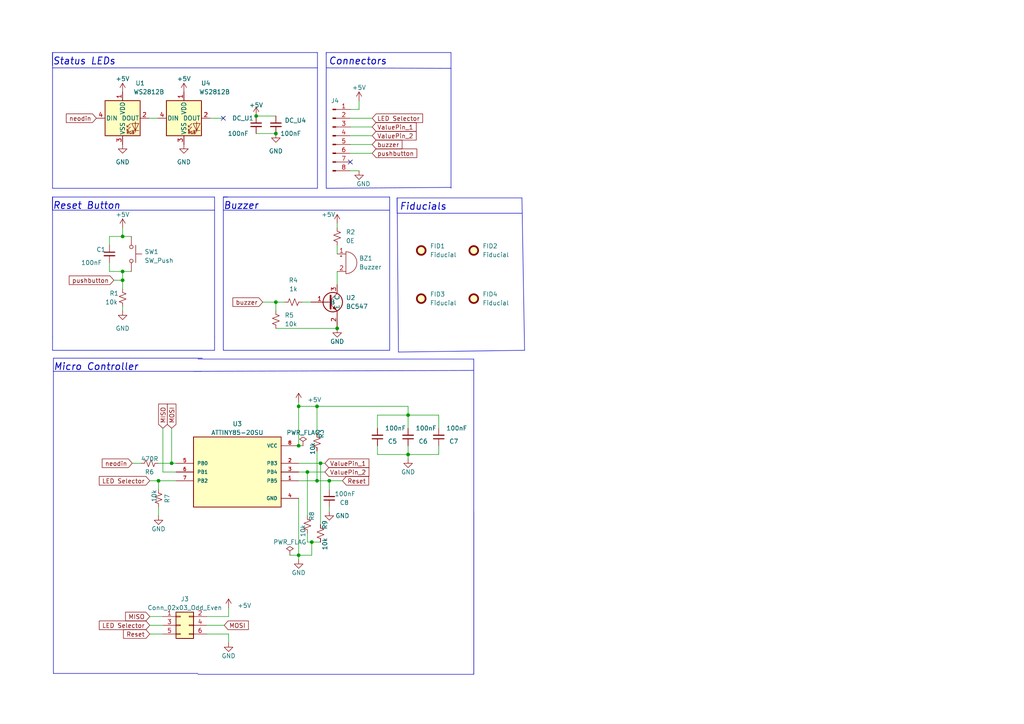
<source format=kicad_sch>
(kicad_sch (version 20230121) (generator eeschema)
  (paper "A4")
  (title_block (title "Dashcam Daughter Board V2") (date "2022-12-29") (rev "0.1") (company "T-Works Foundation") (comment 1 "Kshmin Labs"))
  (lib_symbols
    (symbol "ATTINY85-20SU:ATTINY85-20SU" (pin_names (offset 1.016))
      (property "Reference" "U" (at -12.7 11.16 0))
      (property "Value" "ATTINY85-20SU" (at -12.7 -14.16 0))
      (symbol "ATTINY85-20SU_0_0"
        (rectangle (start -12.7 -10.16) (end 12.7 10.16) (stroke (width 0.254)) (fill (type background)))
        (pin bidirectional line (at 17.78 -2.54 180) (length 5.08) (name "PB5") (number "1"))
        (pin bidirectional line (at 17.78 2.54 180) (length 5.08) (name "PB3") (number "2"))
        (pin bidirectional line (at 17.78 0 180) (length 5.08) (name "PB4") (number "3"))
        (pin power_in line (at 17.78 -7.62 180) (length 5.08) (name "GND") (number "4"))
        (pin bidirectional line (at -17.78 2.54 0) (length 5.08) (name "PB0") (number "5"))
        (pin bidirectional line (at -17.78 0 0) (length 5.08) (name "PB1") (number "6"))
        (pin bidirectional line (at -17.78 -2.54 0) (length 5.08) (name "PB2") (number "7"))
        (pin power_in line (at 17.78 7.62 180) (length 5.08) (name "VCC") (number "8"))
      )
    )
    (symbol "Connector:Conn_01x08_Pin" (pin_names (offset 1.016) hide)
      (property "Reference" "J" (at 0 10.16 0))
      (property "Value" "Conn_01x08_Pin" (at 0 -12.7 0))
      (symbol "Conn_01x08_Pin_1_1"
        (polyline (pts (xy 1.27 -10.16) (xy 0.8636 -10.16)) (stroke (width 0.1524)))
        (polyline (pts (xy 1.27 -7.62) (xy 0.8636 -7.62)) (stroke (width 0.1524)))
        (polyline (pts (xy 1.27 -5.08) (xy 0.8636 -5.08)) (stroke (width 0.1524)))
        (polyline (pts (xy 1.27 -2.54) (xy 0.8636 -2.54)) (stroke (width 0.1524)))
        (polyline (pts (xy 1.27 0) (xy 0.8636 0)) (stroke (width 0.1524)))
        (polyline (pts (xy 1.27 2.54) (xy 0.8636 2.54)) (stroke (width 0.1524)))
        (polyline (pts (xy 1.27 5.08) (xy 0.8636 5.08)) (stroke (width 0.1524)))
        (polyline (pts (xy 1.27 7.62) (xy 0.8636 7.62)) (stroke (width 0.1524)))
        (rectangle (start 0.8636 -10.033) (end 0 -10.287) (stroke (width 0.1524)) (fill (type outline)))
        (rectangle (start 0.8636 -7.493) (end 0 -7.747) (stroke (width 0.1524)) (fill (type outline)))
        (rectangle (start 0.8636 -4.953) (end 0 -5.207) (stroke (width 0.1524)) (fill (type outline)))
        (rectangle (start 0.8636 -2.413) (end 0 -2.667) (stroke (width 0.1524)) (fill (type outline)))
        (rectangle (start 0.8636 0.127) (end 0 -0.127) (stroke (width 0.1524)) (fill (type outline)))
        (rectangle (start 0.8636 2.667) (end 0 2.413) (stroke (width 0.1524)) (fill (type outline)))
        (rectangle (start 0.8636 5.207) (end 0 4.953) (stroke (width 0.1524)) (fill (type outline)))
        (rectangle (start 0.8636 7.747) (end 0 7.493) (stroke (width 0.1524)) (fill (type outline)))
        (pin passive line (at 5.08 7.62 180) (length 3.81) (name "Pin_1") (number "1"))
        (pin passive line (at 5.08 5.08 180) (length 3.81) (name "Pin_2") (number "2"))
        (pin passive line (at 5.08 2.54 180) (length 3.81) (name "Pin_3") (number "3"))
        (pin passive line (at 5.08 0 180) (length 3.81) (name "Pin_4") (number "4"))
        (pin passive line (at 5.08 -2.54 180) (length 3.81) (name "Pin_5") (number "5"))
        (pin passive line (at 5.08 -5.08 180) (length 3.81) (name "Pin_6") (number "6"))
        (pin passive line (at 5.08 -7.62 180) (length 3.81) (name "Pin_7") (number "7"))
        (pin passive line (at 5.08 -10.16 180) (length 3.81) (name "Pin_8") (number "8"))
      )
    )
    (symbol "Connector_Generic:Conn_02x03_Odd_Even" (pin_names (offset 1.016) hide)
      (property "Reference" "J" (at 1.27 5.08 0))
      (property "Value" "Conn_02x03_Odd_Even" (at 1.27 -5.08 0))
      (symbol "Conn_02x03_Odd_Even_1_1"
        (rectangle (start -1.27 -2.413) (end 0 -2.667) (stroke (width 0.1524)))
        (rectangle (start -1.27 0.127) (end 0 -0.127) (stroke (width 0.1524)))
        (rectangle (start -1.27 2.667) (end 0 2.413) (stroke (width 0.1524)))
        (rectangle (start -1.27 3.81) (end 3.81 -3.81) (stroke (width 0.254)) (fill (type background)))
        (rectangle (start 3.81 -2.413) (end 2.54 -2.667) (stroke (width 0.1524)))
        (rectangle (start 3.81 0.127) (end 2.54 -0.127) (stroke (width 0.1524)))
        (rectangle (start 3.81 2.667) (end 2.54 2.413) (stroke (width 0.1524)))
        (pin passive line (at -5.08 2.54 0) (length 3.81) (name "Pin_1") (number "1"))
        (pin passive line (at 7.62 2.54 180) (length 3.81) (name "Pin_2") (number "2"))
        (pin passive line (at -5.08 0 0) (length 3.81) (name "Pin_3") (number "3"))
        (pin passive line (at 7.62 0 180) (length 3.81) (name "Pin_4") (number "4"))
        (pin passive line (at -5.08 -2.54 0) (length 3.81) (name "Pin_5") (number "5"))
        (pin passive line (at 7.62 -2.54 180) (length 3.81) (name "Pin_6") (number "6"))
      )
    )
    (symbol "Dashcam:BC547"
      (property "Reference" "U2" (at 2.54 1.2701 0))
      (property "Value" "BC547" (at 2.54 -1.2699 0))
      (symbol "BC547_0_1"
        (circle (center -1.27 0) (radius 2.8194) (stroke (width 0.254)))
        (polyline (pts (xy -2.54 0) (xy -1.905 0)))
        (polyline (pts (xy -1.905 0.635) (xy 0 2.54)))
        (polyline (pts (xy -1.905 -0.635) (xy 0 -2.54) (xy 0 -2.54)))
        (polyline (pts (xy -1.905 1.905) (xy -1.905 -1.905) (xy -1.905 -1.905)) (stroke (width 0.508)))
        (polyline (pts (xy -1.27 -1.778) (xy -0.762 -1.27) (xy -0.254 -2.286) (xy -1.27 -1.778) (xy -1.27 -1.778)) (fill (type outline)))
      )
      (symbol "BC547_1_1"
        (pin passive line (at -7.62 0 0) (length 5.08) (name "B") (number "1"))
        (pin input line (at 0 -7.62 90) (length 5.08) (name "E") (number "2"))
        (pin passive line (at 0 5.08 270) (length 2.54) (name "C") (number "3"))
      )
    )
    (symbol "Device:Buzzer" (pin_names (offset 0.0254) hide)
      (property "Reference" "BZ" (at 3.81 1.27 0))
      (property "Value" "Buzzer" (at 3.81 -1.27 0))
      (symbol "Buzzer_0_1"
        (arc (start 0 -3.175) (mid 3.1612 0) (end 0 3.175))
        (polyline (pts (xy -1.651 1.905) (xy -1.143 1.905)))
        (polyline (pts (xy -1.397 2.159) (xy -1.397 1.651)))
        (polyline (pts (xy 0 3.175) (xy 0 -3.175)))
      )
      (symbol "Buzzer_1_1"
        (pin passive line (at -2.54 2.54 0) (length 2.54) (name "-") (number "1"))
        (pin passive line (at -2.54 -2.54 0) (length 2.54) (name "+") (number "2"))
      )
    )
    (symbol "Device:C_Small" (pin_numbers hide) (pin_names (offset 0.254) hide)
      (property "Reference" "C" (at 0.254 1.778 0))
      (property "Value" "C_Small" (at 0.254 -2.032 0))
      (symbol "C_Small_0_1"
        (polyline (pts (xy -1.524 -0.508) (xy 1.524 -0.508)) (stroke (width 0.3302)))
        (polyline (pts (xy -1.524 0.508) (xy 1.524 0.508)) (stroke (width 0.3048)))
      )
      (symbol "C_Small_1_1"
        (pin passive line (at 0 2.54 270) (length 2.032) (name "~") (number "1"))
        (pin passive line (at 0 -2.54 90) (length 2.032) (name "~") (number "2"))
      )
    )
    (symbol "Device:R_Small_US" (pin_numbers hide) (pin_names (offset 0.254) hide)
      (property "Reference" "R" (at 0.762 0.508 0))
      (property "Value" "R_Small_US" (at 0.762 -1.016 0))
      (symbol "R_Small_US_1_1"
        (polyline (pts (xy 0 0) (xy 1.016 -0.381) (xy 0 -0.762) (xy -1.016 -1.143) (xy 0 -1.524)))
        (polyline (pts (xy 0 1.524) (xy 1.016 1.143) (xy 0 0.762) (xy -1.016 0.381) (xy 0 0)))
        (pin passive line (at 0 2.54 270) (length 1.016) (name "~") (number "1"))
        (pin passive line (at 0 -2.54 90) (length 1.016) (name "~") (number "2"))
      )
    )
    (symbol "LED:WS2812B" (pin_names (offset 0.254))
      (property "Reference" "D" (at 5.08 5.715 0))
      (property "Value" "WS2812B" (at 1.27 -5.715 0))
      (symbol "WS2812B_0_0"
        (text "RGB" (at 2.286 -4.191 0) (effects (font (size 0.762 0.762))))
      )
      (symbol "WS2812B_0_1"
        (polyline (pts (xy 1.27 -3.556) (xy 1.778 -3.556)))
        (polyline (pts (xy 1.27 -2.54) (xy 1.778 -2.54)))
        (polyline (pts (xy 4.699 -3.556) (xy 2.667 -3.556)))
        (polyline (pts (xy 2.286 -2.54) (xy 1.27 -3.556) (xy 1.27 -3.048)))
        (polyline (pts (xy 2.286 -1.524) (xy 1.27 -2.54) (xy 1.27 -2.032)))
        (polyline (pts (xy 3.683 -1.016) (xy 3.683 -3.556) (xy 3.683 -4.064)))
        (polyline (pts (xy 4.699 -1.524) (xy 2.667 -1.524) (xy 3.683 -3.556) (xy 4.699 -1.524)))
        (rectangle (start 5.08 5.08) (end -5.08 -5.08) (stroke (width 0.254)) (fill (type background)))
      )
      (symbol "WS2812B_1_1"
        (pin power_in line (at 0 7.62 270) (length 2.54) (name "VDD") (number "1"))
        (pin output line (at 7.62 0 180) (length 2.54) (name "DOUT") (number "2"))
        (pin power_in line (at 0 -7.62 90) (length 2.54) (name "VSS") (number "3"))
        (pin input line (at -7.62 0 0) (length 2.54) (name "DIN") (number "4"))
      )
    )
    (symbol "Mechanical:Fiducial"
      (property "Reference" "FID" (at 0 5.08 0))
      (property "Value" "Fiducial" (at 0 3.175 0))
      (symbol "Fiducial_0_1"
        (circle (center 0 0) (radius 1.27) (stroke (width 0.508)) (fill (type background)))
      )
    )
    (symbol "Switch:SW_Push" (pin_numbers hide) (pin_names (offset 1.016) hide)
      (property "Reference" "SW" (at 1.27 2.54 0))
      (property "Value" "SW_Push" (at 0 -1.524 0))
      (symbol "SW_Push_0_1"
        (circle (center -2.032 0) (radius 0.508))
        (polyline (pts (xy 0 1.27) (xy 0 3.048)))
        (polyline (pts (xy 2.54 1.27) (xy -2.54 1.27)))
        (circle (center 2.032 0) (radius 0.508))
        (pin passive line (at -5.08 0 0) (length 2.54) (name "1") (number "1"))
        (pin passive line (at 5.08 0 180) (length 2.54) (name "2") (number "2"))
      )
    )
    (symbol "power:+5V" (power) (pin_names (offset 0))
      (property "Value" "+5V" (at 0 3.556 0))
      (symbol "+5V_0_1"
        (polyline (pts (xy -0.762 1.27) (xy 0 2.54)))
        (polyline (pts (xy 0 0) (xy 0 2.54)))
        (polyline (pts (xy 0 2.54) (xy 0.762 1.27)))
      )
      (symbol "+5V_1_1"
        (pin power_in line (at 0 0 90) (length 0) hide (name "+5V") (number "1"))
      )
    )
    (symbol "power:GND" (power) (pin_names (offset 0))
      (property "Value" "GND" (at 0 -3.81 0))
      (symbol "GND_0_1"
        (polyline (pts (xy 0 0) (xy 0 -1.27) (xy 1.27 -1.27) (xy 0 -2.54) (xy -1.27 -1.27) (xy 0 -1.27)))
      )
      (symbol "GND_1_1"
        (pin power_in line (at 0 0 270) (length 0) hide (name "GND") (number "1"))
      )
    )
    (symbol "power:PWR_FLAG" (power) (pin_numbers hide) (pin_names (offset 0) hide)
      (property "Value" "PWR_FLAG" (at 0 3.81 0))
      (symbol "PWR_FLAG_0_0"
        (pin power_out line (at 0 0 90) (length 0) (name "pwr") (number "1"))
      )
      (symbol "PWR_FLAG_0_1"
        (polyline (pts (xy 0 0) (xy 0 1.27) (xy -1.016 1.905) (xy 0 2.54) (xy 1.016 1.905) (xy 0 1.27)))
      )
    )
  )
  (junction (at 86.614 117.856))
  (junction (at 80.01 38.735))
  (junction (at 92.964 134.366))
  (junction (at 86.614 161.036))
  (junction (at 35.56 81.28))
  (junction (at 86.614 129.286))
  (junction (at 89.154 136.906))
  (junction (at 49.784 134.366))
  (junction (at 80.01 87.63))
  (junction (at 91.948 117.856))
  (junction (at 35.56 68.58))
  (junction (at 74.295 33.655))
  (junction (at 95.504 139.446))
  (junction (at 97.79 95.25))
  (junction (at 45.974 139.446))
  (junction (at 35.56 78.74))
  (junction (at 90.424 157.226))
  (junction (at 91.948 139.446))
  (junction (at 118.364 120.396))
  (junction (at 118.364 131.826))
  (no_connect (at 101.6 46.99))
  (no_connect (at 64.77 34.29))
  (wire (pts (xy 90.424 157.226) (xy 92.964 157.226)))
  (wire (pts (xy 104.14 29.21) (xy 104.14 31.75)))
  (wire (pts (xy 90.424 161.036) (xy 86.614 161.036)))
  (wire (pts (xy 45.974 139.446) (xy 51.054 139.446)))
  (wire (pts (xy 91.948 130.81) (xy 91.948 139.446)))
  (wire (pts (xy 101.6 31.75) (xy 104.14 31.75)))
  (wire (pts (xy 101.6 36.83) (xy 107.95 36.83)))
  (wire (pts (xy 45.974 134.366) (xy 49.784 134.366)))
  (wire (pts (xy 127.254 129.286) (xy 127.254 131.826)))
  (wire (pts (xy 35.56 81.28) (xy 33.02 81.28)))
  (wire (pts (xy 92.964 134.366) (xy 94.234 134.366)))
  (wire (pts (xy 47.244 124.206) (xy 47.244 136.906)))
  (polyline (pts (xy 15.24 57.15) (xy 15.24 60.96)))
  (wire (pts (xy 86.614 129.286) (xy 87.884 129.286)))
  (wire (pts (xy 43.18 34.29) (xy 45.72 34.29)))
  (wire (pts (xy 95.504 139.446) (xy 99.314 139.446)))
  (wire (pts (xy 86.614 117.856) (xy 86.614 129.286)))
  (wire (pts (xy 31.75 78.74) (xy 35.56 78.74)))
  (polyline (pts (xy 115.57 102.108) (xy 152.146 101.6)))
  (polyline (pts (xy 115.189 57.404) (xy 115.57 102.108)))
  (polyline (pts (xy 15.24 19.05) (xy 15.24 15.24)))
  (wire (pts (xy 47.244 136.906) (xy 51.054 136.906)))
  (wire (pts (xy 92.964 134.366) (xy 92.964 152.146)))
  (polyline (pts (xy 64.77 60.96) (xy 64.77 101.6)))
  (wire (pts (xy 59.944 183.896) (xy 66.294 183.896)))
  (polyline (pts (xy 15.24 60.96) (xy 62.23 60.96)))
  (wire (pts (xy 59.944 181.356) (xy 65.024 181.356)))
  (wire (pts (xy 118.364 131.826) (xy 109.474 131.826)))
  (wire (pts (xy 74.295 38.735) (xy 80.01 38.735)))
  (wire (pts (xy 91.948 117.856) (xy 86.614 117.856)))
  (wire (pts (xy 31.75 71.12) (xy 31.75 68.58)))
  (polyline (pts (xy 15.24 97.79) (xy 15.24 101.6)))
  (polyline (pts (xy 113.03 57.15) (xy 64.77 57.15)))
  (polyline (pts (xy 58.674 103.886) (xy 15.494 103.886)))
  (wire (pts (xy 43.434 139.446) (xy 45.974 139.446)))
  (wire (pts (xy 118.364 120.396) (xy 118.364 117.856)))
  (polyline (pts (xy 130.81 15.24) (xy 130.81 54.61)))
  (polyline (pts (xy 15.494 107.696) (xy 58.674 107.696)))
  (wire (pts (xy 101.6 34.29) (xy 107.95 34.29)))
  (wire (pts (xy 90.424 157.226) (xy 90.424 161.036)))
  (wire (pts (xy 35.56 66.04) (xy 35.56 68.58)))
  (polyline (pts (xy 137.414 195.58) (xy 137.414 148.336)))
  (wire (pts (xy 127.254 120.396) (xy 118.364 120.396)))
  (polyline (pts (xy 62.23 97.79) (xy 62.23 57.15)))
  (wire (pts (xy 66.294 178.816) (xy 66.294 176.276)))
  (polyline (pts (xy 64.77 57.15) (xy 66.04 57.15)))
  (polyline (pts (xy 152.146 101.6) (xy 151.384 57.404)))
  (wire (pts (xy 109.474 120.396) (xy 109.474 124.206)))
  (wire (pts (xy 74.295 33.655) (xy 80.01 33.655)))
  (wire (pts (xy 43.434 178.816) (xy 47.244 178.816)))
  (wire (pts (xy 45.974 139.446) (xy 45.974 141.986)))
  (wire (pts (xy 91.948 117.856) (xy 91.948 125.73)))
  (wire (pts (xy 95.504 147.066) (xy 95.504 148.336)))
  (polyline (pts (xy 57.404 195.58) (xy 137.414 195.58)))
  (polyline (pts (xy 15.494 195.326) (xy 57.404 195.326)))
  (wire (pts (xy 35.56 83.82) (xy 35.56 81.28)))
  (wire (pts (xy 91.948 139.446) (xy 95.504 139.446)))
  (wire (pts (xy 66.294 186.436) (xy 66.294 183.896)))
  (wire (pts (xy 76.2 87.63) (xy 80.01 87.63)))
  (wire (pts (xy 86.614 136.906) (xy 89.154 136.906)))
  (polyline (pts (xy 15.24 19.685) (xy 92.075 19.685)))
  (polyline (pts (xy 94.615 15.24) (xy 130.81 15.24)))
  (wire (pts (xy 118.364 124.206) (xy 118.364 120.396)))
  (wire (pts (xy 86.614 139.446) (xy 91.948 139.446)))
  (wire (pts (xy 86.614 144.526) (xy 86.614 161.036)))
  (polyline (pts (xy 115.189 61.849) (xy 151.384 61.849)))
  (wire (pts (xy 31.75 76.2) (xy 31.75 78.74)))
  (wire (pts (xy 38.1 78.74) (xy 35.56 78.74)))
  (wire (pts (xy 127.254 131.826) (xy 118.364 131.826)))
  (wire (pts (xy 35.56 88.9) (xy 35.56 90.17)))
  (wire (pts (xy 118.364 131.826) (xy 118.364 129.286)))
  (polyline (pts (xy 15.24 54.61) (xy 92.075 54.61)))
  (polyline (pts (xy 15.494 103.886) (xy 15.494 107.696)))
  (wire (pts (xy 43.434 183.896) (xy 47.244 183.896)))
  (wire (pts (xy 101.6 39.37) (xy 107.95 39.37)))
  (wire (pts (xy 127.254 124.206) (xy 127.254 120.396)))
  (wire (pts (xy 59.944 178.816) (xy 66.294 178.816)))
  (polyline (pts (xy 15.24 57.15) (xy 62.23 57.15)))
  (wire (pts (xy 91.948 117.856) (xy 118.364 117.856)))
  (polyline (pts (xy 15.494 107.696) (xy 15.494 195.326)))
  (polyline (pts (xy 94.615 15.24) (xy 94.615 15.875)))
  (polyline (pts (xy 113.03 57.15) (xy 113.03 101.6)))
  (polyline (pts (xy 15.24 15.24) (xy 92.075 15.24)))
  (wire (pts (xy 89.154 136.906) (xy 89.154 149.606)))
  (wire (pts (xy 101.6 49.53) (xy 104.14 49.53)))
  (wire (pts (xy 84.074 161.036) (xy 86.614 161.036)))
  (polyline (pts (xy 94.615 54.61) (xy 94.615 15.24)))
  (polyline (pts (xy 137.414 104.14) (xy 137.414 195.58)))
  (wire (pts (xy 118.364 120.396) (xy 109.474 120.396)))
  (polyline (pts (xy 64.77 60.96) (xy 64.77 57.15)))
  (wire (pts (xy 43.434 181.356) (xy 47.244 181.356)))
  (polyline (pts (xy 57.404 104.14) (xy 137.414 104.14)))
  (wire (pts (xy 97.79 78.74) (xy 97.79 82.55)))
  (wire (pts (xy 86.614 134.366) (xy 92.964 134.366)))
  (wire (pts (xy 60.96 34.29) (xy 64.77 34.29)))
  (polyline (pts (xy 92.075 15.24) (xy 92.075 54.61)))
  (wire (pts (xy 95.504 139.446) (xy 95.504 141.986)))
  (wire (pts (xy 80.01 87.63) (xy 82.55 87.63)))
  (wire (pts (xy 97.79 71.12) (xy 97.79 73.66)))
  (wire (pts (xy 97.79 64.77) (xy 97.79 66.04)))
  (wire (pts (xy 38.354 134.366) (xy 40.894 134.366)))
  (wire (pts (xy 86.614 116.586) (xy 86.614 117.856)))
  (polyline (pts (xy 15.24 57.15) (xy 15.24 97.79)))
  (wire (pts (xy 101.6 41.91) (xy 107.95 41.91)))
  (wire (pts (xy 49.784 124.206) (xy 49.784 134.366)))
  (wire (pts (xy 89.154 157.226) (xy 89.154 154.686)))
  (wire (pts (xy 118.364 131.826) (xy 118.364 133.096)))
  (polyline (pts (xy 151.384 57.404) (xy 115.189 57.404)))
  (polyline (pts (xy 115.189 57.404) (xy 115.189 61.849)))
  (wire (pts (xy 86.614 161.036) (xy 86.614 162.306)))
  (polyline (pts (xy 62.23 97.79) (xy 62.23 101.6)))
  (polyline (pts (xy 15.24 101.6) (xy 62.23 101.6)))
  (polyline (pts (xy 64.77 101.6) (xy 113.03 101.6)))
  (wire (pts (xy 87.63 87.63) (xy 90.17 87.63)))
  (wire (pts (xy 109.474 131.826) (xy 109.474 129.286)))
  (wire (pts (xy 35.56 68.58) (xy 38.1 68.58)))
  (wire (pts (xy 80.01 87.63) (xy 80.01 90.17)))
  (wire (pts (xy 31.75 68.58) (xy 35.56 68.58)))
  (polyline (pts (xy 15.24 15.24) (xy 15.24 54.61)))
  (wire (pts (xy 101.6 44.45) (xy 107.95 44.45)))
  (polyline (pts (xy 137.414 107.442) (xy 56.134 107.696)))
  (wire (pts (xy 45.974 147.066) (xy 45.974 149.606)))
  (wire (pts (xy 97.79 92.71) (xy 97.79 95.25)))
  (polyline (pts (xy 94.615 54.61) (xy 130.81 54.356)))
  (polyline (pts (xy 64.77 60.96) (xy 113.03 60.96)))
  (wire (pts (xy 89.154 136.906) (xy 94.234 136.906)))
  (wire (pts (xy 89.154 157.226) (xy 90.424 157.226)))
  (wire (pts (xy 49.784 134.366) (xy 51.054 134.366)))
  (polyline (pts (xy 94.615 19.685) (xy 130.81 19.812)))
  (wire (pts (xy 80.01 95.25) (xy 97.79 95.25)))
  (wire (pts (xy 35.56 78.74) (xy 35.56 81.28)))
  (text "Status LEDs" (at 15.24 19.05 0) (effects (font (size 2 2) (thickness 0.254) bold italic) (justify left bottom)))
  (text "Buzzer" (at 64.77 60.96 0) (effects (font (size 2 2) (thickness 0.254) bold italic) (justify left bottom)))
  (text "Micro Controller\n" (at 15.494 107.696 0) (effects (font (size 2 2) (thickness 0.254) bold italic) (justify left bottom)))
  (text "Fiducials" (at 115.824 61.214 0) (effects (font (size 2 2) (thickness 0.254) bold italic) (justify left bottom)))
  (text "Reset Button" (at 15.24 60.96 0) (effects (font (size 2 2) (thickness 0.254) bold italic) (justify left bottom)))
  (text "Connectors" (at 95.25 19.05 0) (effects (font (size 2 2) (thickness 0.254) bold italic) (justify left bottom)))
  (global_label "ValuePin_1" (shape input) (at 94.234 134.366 0) (property "Intersheetrefs" "${INTERSHEET_REFS}" (effects hide)))
  (global_label "MISO" (shape input) (at 47.244 124.206 90) (property "Intersheetrefs" "${INTERSHEET_REFS}" (effects hide)))
  (global_label "buzzer" (shape input) (at 76.2 87.63 180) (property "Intersheetrefs" "${INTERSHEET_REFS}" (effects hide)))
  (global_label "neodin" (shape input) (at 27.94 34.29 180) (property "Intersheetrefs" "${INTERSHEET_REFS}" (effects hide)))
  (global_label "LED Selector" (shape input) (at 107.95 34.29 0) (property "Intersheetrefs" "${INTERSHEET_REFS}" (effects hide)))
  (global_label "MOSI" (shape input) (at 49.784 124.206 90) (property "Intersheetrefs" "${INTERSHEET_REFS}" (effects hide)))
  (global_label "Reset" (shape input) (at 43.434 183.896 180) (property "Intersheetrefs" "${INTERSHEET_REFS}" (effects hide)))
  (global_label "ValuePin_1" (shape input) (at 107.95 36.83 0) (property "Intersheetrefs" "${INTERSHEET_REFS}" (effects hide)))
  (global_label "MOSI" (shape input) (at 65.024 181.356 0) (property "Intersheetrefs" "${INTERSHEET_REFS}" (effects hide)))
  (global_label "ValuePin_2" (shape input) (at 107.95 39.37 0) (property "Intersheetrefs" "${INTERSHEET_REFS}" (effects hide)))
  (global_label "LED Selector" (shape input) (at 43.434 139.446 180) (property "Intersheetrefs" "${INTERSHEET_REFS}" (effects hide)))
  (global_label "pushbutton" (shape input) (at 107.95 44.45 0) (property "Intersheetrefs" "${INTERSHEET_REFS}" (effects hide)))
  (global_label "LED Selector" (shape input) (at 43.434 181.356 180) (property "Intersheetrefs" "${INTERSHEET_REFS}" (effects hide)))
  (global_label "pushbutton" (shape input) (at 33.02 81.28 180) (property "Intersheetrefs" "${INTERSHEET_REFS}" (effects hide)))
  (global_label "MISO" (shape input) (at 43.434 178.816 180) (property "Intersheetrefs" "${INTERSHEET_REFS}" (effects hide)))
  (global_label "ValuePin_2" (shape input) (at 94.234 136.906 0) (property "Intersheetrefs" "${INTERSHEET_REFS}" (effects hide)))
  (global_label "buzzer" (shape input) (at 107.95 41.91 0) (property "Intersheetrefs" "${INTERSHEET_REFS}" (effects hide)))
  (global_label "Reset" (shape input) (at 99.314 139.446 0) (property "Intersheetrefs" "${INTERSHEET_REFS}" (effects hide)))
  (global_label "neodin" (shape input) (at 38.354 134.366 180) (property "Intersheetrefs" "${INTERSHEET_REFS}" (effects hide)))
  (symbol (lib_id "power:GND") (at 45.974 149.606 0) (unit 1)
    (property "Reference" "#PWR025" (effects hide))
    (property "Value" "GND" (at 45.974 153.416 0))
  )
  (symbol (lib_id "Device:R_Small_US") (at 85.09 87.63 90) (unit 1)
    (property "Reference" "R4" (at 85.09 81.28 90))
    (property "Value" "1k" (at 85.09 83.82 90))
    (property "Footprint" "Resistor_SMD:R_0603_1608Metric" (effects hide))
  )
  (symbol (lib_id "power:GND") (at 80.01 38.735 0) (unit 1)
    (property "Reference" "#PWR07" (effects hide))
    (property "Value" "GND" (at 80.01 43.815 0))
  )
  (symbol (lib_id "Device:R_Small_US") (at 35.56 86.36 0) (unit 1)
    (property "Reference" "R1" (at 31.75 85.09 0) (effects (justify left)))
    (property "Value" "10k" (at 30.48 87.63 0) (effects (justify left)))
    (property "Footprint" "Resistor_SMD:R_0603_1608Metric" (effects hide))
  )
  (symbol (lib_id "Device:R_Small_US") (at 91.948 128.27 180) (unit 1)
    (property "Reference" "R3" (at 93.218 124.46 90) (effects (justify left)))
    (property "Value" "10k" (at 90.678 128.27 90) (effects (justify left)))
    (property "Footprint" "Resistor_SMD:R_0603_1608Metric" (effects hide))
  )
  (symbol (lib_id "LED:WS2812B") (at 35.56 34.29 0) (unit 1)
    (property "Reference" "U1" (at 40.64 24.13 0))
    (property "Value" "WS2812B" (at 43.18 26.67 0))
    (property "Footprint" "LED_SMD:LED_WS2812B_PLCC4_5.0x5.0mm_P3.2mm" (effects hide))
    (property "Datasheet" "https://cdn-shop.adafruit.com/datasheets/WS2812B.pdf" (effects hide))
  )
  (symbol (lib_id "power:+5V") (at 86.614 116.586 0) (unit 1)
    (property "Reference" "#PWR024" (effects hide))
    (property "Value" "VCC" (at 89.154 115.951 0) (effects (justify left)))
  )
  (symbol (lib_id "power:PWR_FLAG") (at 87.884 129.286 0) (unit 1)
    (property "Reference" "#FLG01" (effects hide))
    (property "Value" "PWR_FLAG" (at 87.884 125.476 0))
  )
  (symbol (lib_id "power:+5V") (at 53.34 26.67 0) (unit 1)
    (property "Reference" "#PWR02" (effects hide))
    (property "Value" "VCC" (at 53.34 22.86 0))
  )
  (symbol (lib_id "Dashcam:BC547") (at 97.79 87.63 0) (unit 1)
    (property "Reference" "U2" (at 100.33 86.3599 0) (effects (justify left)))
    (property "Value" "BC547" (at 100.33 88.8999 0) (effects (justify left)))
    (property "Footprint" "Package_TO_SOT_SMD:SOT-23" (effects hide))
  )
  (symbol (lib_id "power:GND") (at 53.34 41.91 0) (unit 1)
    (property "Reference" "#PWR09" (effects hide))
    (property "Value" "GND" (at 53.34 46.99 0))
  )
  (symbol (lib_id "Device:C_Small") (at 80.01 36.195 0) (unit 1)
    (property "Reference" "DC_U4" (at 82.55 34.925 0) (effects (justify left)))
    (property "Value" "100nF" (at 81.28 38.735 0) (effects (justify left)))
    (property "Footprint" "Capacitor_SMD:C_0603_1608Metric" (effects hide))
  )
  (symbol (lib_id "Device:C_Small") (at 118.364 126.746 180) (unit 1)
    (property "Reference" "C6" (at 124.079 128.016 0) (effects (justify left)))
    (property "Value" "100nF" (at 126.619 124.206 0) (effects (justify left)))
    (property "Footprint" "Capacitor_SMD:C_0603_1608Metric" (effects hide))
  )
  (symbol (lib_id "power:GND") (at 35.56 90.17 0) (unit 1)
    (property "Reference" "#PWR020" (effects hide))
    (property "Value" "GND" (at 35.56 95.25 0))
  )
  (symbol (lib_id "power:GND") (at 35.56 41.91 0) (unit 1)
    (property "Reference" "#PWR08" (effects hide))
    (property "Value" "GND" (at 35.56 46.99 0))
  )
  (symbol (lib_id "Mechanical:Fiducial") (at 122.174 72.644 0) (unit 1)
    (property "Reference" "FID1" (at 124.714 71.3739 0) (effects (justify left)))
    (property "Value" "Fiducial" (at 124.714 73.9139 0) (effects (justify left)))
    (property "Footprint" "Fiducial:Fiducial_1mm_Mask2mm" (effects hide))
  )
  (symbol (lib_id "Device:Buzzer") (at 100.33 76.2 0) (unit 1)
    (property "Reference" "BZ1" (at 104.14 74.9299 0) (effects (justify left)))
    (property "Value" "Buzzer" (at 104.14 77.4699 0) (effects (justify left)))
    (property "Footprint" "Buzzer_Beeper:Buzzer_12x9.5RM7.6" (effects hide))
  )
  (symbol (lib_id "LED:WS2812B") (at 53.34 34.29 0) (unit 1)
    (property "Reference" "U4" (at 59.69 24.13 0))
    (property "Value" "WS2812B" (at 62.23 26.67 0))
    (property "Footprint" "LED_SMD:LED_WS2812B_PLCC4_5.0x5.0mm_P3.2mm" (effects hide))
    (property "Datasheet" "https://cdn-shop.adafruit.com/datasheets/WS2812B.pdf" (effects hide))
  )
  (symbol (lib_id "ATTINY85-20SU:ATTINY85-20SU") (at 68.834 136.906 0) (unit 1)
    (property "Reference" "U3" (at 68.834 122.936 0))
    (property "Value" "ATTINY85-20SU" (at 68.834 125.476 0))
    (property "Footprint" "ATTINY85-20SU:SOIC127P798X216-8N" (effects hide))
    (property "MF" "Microchip" (effects hide))
    (property "DESCRIPTION" "IC MCU 8BIT 8KB FLASH 8SOIC" (effects hide))
    (property "PURCHASE-URL" "https://pricing.snapeda.com/search/part/ATTINY85V-10SU/?ref=eda" (effects hide))
    (property "PACKAGE" "None" (effects hide))
    (property "PRICE" "None" (effects hide))
    (property "Package" "SOIC-8 Microchip" (effects hide))
    (property "Check_prices" "https://www.snapeda.com/parts/ATTINY85-20SU/Microchip/view-part/?ref=eda" (effects hide))
    (property "Price" "None" (effects hide))
    (property "PARTREV" "2586Q–AVR–08/2013" (effects hide))
    (property "SnapEDA_Link" "https://www.snapeda.com/parts/ATTINY85-20SU/Microchip/view-part/?ref=snap" (effects hide))
    (property "MP" "ATTINY85-20SU" (effects hide))
    (property "Purchase-URL" "https://www.snapeda.com/api/url_track_click_mouser/?unipart_id=46337&manufacturer=Microchip&part_name=ATTINY85-20SU&search_term=None" (effects hide))
    (property "Description" "\nAVR AVR® ATtiny, Functional Safety (FuSa) Microcontroller IC 8-Bit 20MHz 8KB (4K x 16) FLASH 8-SOIC\n" (effects hide))
    (property "Availability" "In Stock" (effects hide))
    (property "AVAILABILITY" "Good" (effects hide))
    (property "MAXIMUM_PACKAGE_HEIGHT" "2.16 mm" (effects hide))
  )
  (symbol (lib_id "power:+5V") (at 35.56 66.04 0) (unit 1)
    (property "Reference" "#PWR015" (effects hide))
    (property "Value" "VCC" (at 35.56 62.23 0))
  )
  (symbol (lib_id "Device:R_Small_US") (at 97.79 68.58 0) (unit 1)
    (property "Reference" "R2" (at 100.33 67.3099 0) (effects (justify left)))
    (property "Value" "0E" (at 100.33 69.8499 0) (effects (justify left)))
    (property "Footprint" "Resistor_SMD:R_0603_1608Metric" (effects hide))
  )
  (symbol (lib_id "power:GND") (at 86.614 162.306 0) (unit 1)
    (property "Reference" "#PWR023" (effects hide))
    (property "Value" "GND" (at 86.614 166.116 0))
  )
  (symbol (lib_id "power:+5V") (at 97.79 64.77 0) (unit 1)
    (property "Reference" "#PWR012" (effects hide))
    (property "Value" "VCC" (at 95.25 62.23 0))
  )
  (symbol (lib_id "Mechanical:Fiducial") (at 137.414 86.614 0) (unit 1)
    (property "Reference" "FID4" (at 139.954 85.3439 0) (effects (justify left)))
    (property "Value" "Fiducial" (at 139.954 87.8839 0) (effects (justify left)))
    (property "Footprint" "Fiducial:Fiducial_1mm_Mask2mm" (effects hide))
  )
  (symbol (lib_id "power:+5V") (at 35.56 26.67 0) (unit 1)
    (property "Reference" "#PWR01" (effects hide))
    (property "Value" "VCC" (at 35.56 22.86 0))
  )
  (symbol (lib_id "Device:C_Small") (at 127.254 126.746 180) (unit 1)
    (property "Reference" "C7" (at 132.969 128.016 0) (effects (justify left)))
    (property "Value" "100nF" (at 135.509 124.206 0) (effects (justify left)))
    (property "Footprint" "Capacitor_SMD:C_0603_1608Metric" (effects hide))
  )
  (symbol (lib_id "Device:R_Small_US") (at 89.154 152.146 180) (unit 1)
    (property "Reference" "R8" (at 90.424 148.336 90) (effects (justify left)))
    (property "Value" "10k" (at 87.884 152.146 90) (effects (justify left)))
    (property "Footprint" "Resistor_SMD:R_0603_1608Metric" (effects hide))
  )
  (symbol (lib_id "power:GND") (at 104.14 49.53 0) (unit 1)
    (property "Reference" "#PWR011" (effects hide))
    (property "Value" "GND" (at 105.41 53.34 0))
  )
  (symbol (lib_id "power:+5V") (at 104.14 29.21 0) (unit 1)
    (property "Reference" "#PWR03" (effects hide))
    (property "Value" "VCC" (at 104.14 25.4 0))
  )
  (symbol (lib_id "Mechanical:Fiducial") (at 122.174 86.614 0) (unit 1)
    (property "Reference" "FID3" (at 124.714 85.3439 0) (effects (justify left)))
    (property "Value" "Fiducial" (at 124.714 87.8839 0) (effects (justify left)))
    (property "Footprint" "Fiducial:Fiducial_1mm_Mask2mm" (effects hide))
  )
  (symbol (lib_id "power:GND") (at 95.504 148.336 0) (unit 1)
    (property "Reference" "#PWR026" (effects hide))
    (property "Value" "GND" (at 99.314 149.606 0))
  )
  (symbol (lib_id "Switch:SW_Push") (at 38.1 73.66 270) (mirror x) (unit 1)
    (property "Reference" "SW1" (at 41.91 73.025 90) (effects (justify left)))
    (property "Value" "SW_Push" (at 41.91 75.565 90) (effects (justify left)))
    (property "Footprint" "Button_Switch_SMD:SW_SPST_B3U-3000P" (effects hide))
  )
  (symbol (lib_id "Device:C_Small") (at 95.504 144.526 180) (unit 1)
    (property "Reference" "C8" (at 101.219 145.796 0) (effects (justify left)))
    (property "Value" "100nF" (at 103.124 143.256 0) (effects (justify left)))
    (property "Footprint" "Capacitor_SMD:C_0603_1608Metric" (effects hide))
  )
  (symbol (lib_id "power:GND") (at 118.364 133.096 0) (unit 1)
    (property "Reference" "#PWR04" (effects hide))
    (property "Value" "GND" (at 118.364 136.906 0))
  )
  (symbol (lib_id "Device:R_Small_US") (at 92.964 154.686 180) (unit 1)
    (property "Reference" "R9" (at 94.234 150.876 90) (effects (justify left)))
    (property "Value" "10k" (at 94.234 155.956 90) (effects (justify left)))
    (property "Footprint" "Resistor_SMD:R_0603_1608Metric" (effects hide))
  )
  (symbol (lib_id "Device:C_Small") (at 109.474 126.746 180) (unit 1)
    (property "Reference" "C5" (at 115.189 128.016 0) (effects (justify left)))
    (property "Value" "100nF" (at 117.729 124.206 0) (effects (justify left)))
    (property "Footprint" "Capacitor_SMD:C_0603_1608Metric" (effects hide))
  )
  (symbol (lib_id "power:+5V") (at 66.294 176.276 0) (unit 1)
    (property "Reference" "#PWR027" (effects hide))
    (property "Value" "VCC" (at 68.834 175.641 0) (effects (justify left)))
  )
  (symbol (lib_id "Device:R_Small_US") (at 80.01 92.71 180) (unit 1)
    (property "Reference" "R5" (at 82.55 91.4399 0) (effects (justify right)))
    (property "Value" "10k" (at 82.55 93.9799 0) (effects (justify right)))
    (property "Footprint" "Resistor_SMD:R_0603_1608Metric" (effects hide))
  )
  (symbol (lib_id "Device:R_Small_US") (at 43.434 134.366 90) (unit 1)
    (property "Reference" "R6" (at 44.704 136.906 90) (effects (justify left)))
    (property "Value" "470R" (at 45.974 133.096 90) (effects (justify left)))
    (property "Footprint" "Resistor_SMD:R_0603_1608Metric" (effects hide))
  )
  (symbol (lib_id "Connector:Conn_01x08_Pin") (at 96.52 39.37 0) (unit 1)
    (property "Reference" "J4" (at 97.155 29.21 0))
    (property "Value" "Conn_01x08_Pin" (effects hide))
    (property "Footprint" "Connector_JST:JST_GH_BM08B-GHS-TBT_1x08-1MP_P1.25mm_Vertical" (effects hide))
  )
  (symbol (lib_id "Device:C_Small") (at 31.75 73.66 0) (unit 1)
    (property "Reference" "C1" (at 27.94 72.39 0) (effects (justify left)))
    (property "Value" "100nF" (at 23.495 76.2 0) (effects (justify left)))
    (property "Footprint" "Capacitor_SMD:C_0603_1608Metric" (effects hide))
  )
  (symbol (lib_id "power:GND") (at 66.294 186.436 0) (unit 1)
    (property "Reference" "#PWR028" (effects hide))
    (property "Value" "GND" (at 66.294 190.246 0))
  )
  (symbol (lib_id "power:GND") (at 97.79 95.25 0) (unit 1)
    (property "Reference" "#PWR022" (effects hide))
    (property "Value" "GND" (at 97.79 99.06 0))
  )
  (symbol (lib_id "Connector_Generic:Conn_02x03_Odd_Even") (at 52.324 181.356 0) (unit 1)
    (property "Reference" "J3" (at 53.594 173.736 0))
    (property "Value" "Conn_02x03_Odd_Even" (at 53.594 176.276 0))
    (property "Footprint" "Connector_PinHeader_1.00mm:PinHeader_2x03_P1.00mm_Vertical" (effects hide))
  )
  (symbol (lib_id "power:+5V") (at 74.295 33.655 0) (unit 1)
    (property "Reference" "#PWR05" (effects hide))
    (property "Value" "VCC" (at 74.295 30.48 0))
  )
  (symbol (lib_id "power:PWR_FLAG") (at 84.074 161.036 0) (unit 1)
    (property "Reference" "#FLG02" (effects hide))
    (property "Value" "PWR_FLAG" (at 84.074 157.226 0))
  )
  (symbol (lib_id "Mechanical:Fiducial") (at 137.414 72.644 0) (unit 1)
    (property "Reference" "FID2" (at 139.954 71.3739 0) (effects (justify left)))
    (property "Value" "Fiducial" (at 139.954 73.9139 0) (effects (justify left)))
    (property "Footprint" "Fiducial:Fiducial_1mm_Mask2mm" (effects hide))
  )
  (symbol (lib_id "Device:C_Small") (at 74.295 36.195 0) (unit 1)
    (property "Reference" "DC_U1" (at 67.31 34.29 0) (effects (justify left)))
    (property "Value" "100nF" (at 66.04 38.735 0) (effects (justify left)))
    (property "Footprint" "Capacitor_SMD:C_0603_1608Metric" (effects hide))
  )
  (symbol (lib_id "Device:R_Small_US") (at 45.974 144.526 180) (unit 1)
    (property "Reference" "R7" (at 48.514 143.256 90) (effects (justify left)))
    (property "Value" "10k" (at 44.704 141.986 90) (effects (justify left)))
    (property "Footprint" "Resistor_SMD:R_0603_1608Metric" (effects hide))
  )
)
</source>
